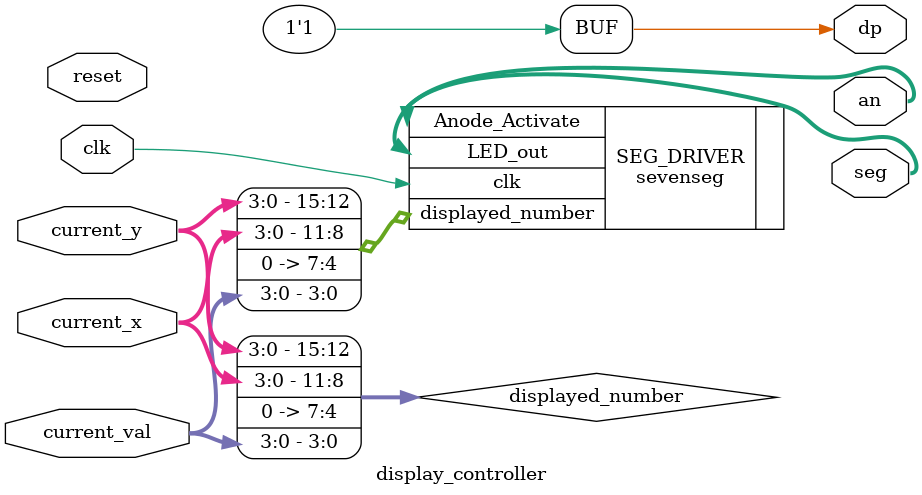
<source format=sv>
module display_controller(
    input  logic clk,
    input  logic reset,
    input  logic [3:0] current_x,   // Cursor X (0-8)
    input  logic [3:0] current_y,   // Cursor Y (0-8)
    input  logic [3:0] current_val, // Value at Cursor
    
    output logic [6:0] seg,         // Cathodes
    output logic [3:0] an,          // Anodes (Active Low)
    output logic       dp           // Decimal Point (added)
);

    // Format the 16-bit number to display:
    // Digit 3 (Left): Y coordinate
    // Digit 2: X coordinate
    // Digit 1: 0 (Spacer)
    // Digit 0 (Right): Current Value
    logic [15:0] displayed_number;
    assign displayed_number = {current_y, current_x, 4'b0000, current_val};

    // Turn off decimal point
    assign dp = 1'b1;  // Active low, so 1 = off

    // Instantiate the provided 7-segment driver
    sevenseg SEG_DRIVER (
        .clk(clk),
        .displayed_number(displayed_number),
        .Anode_Activate(an),
        .LED_out(seg)
    );

endmodule
</source>
